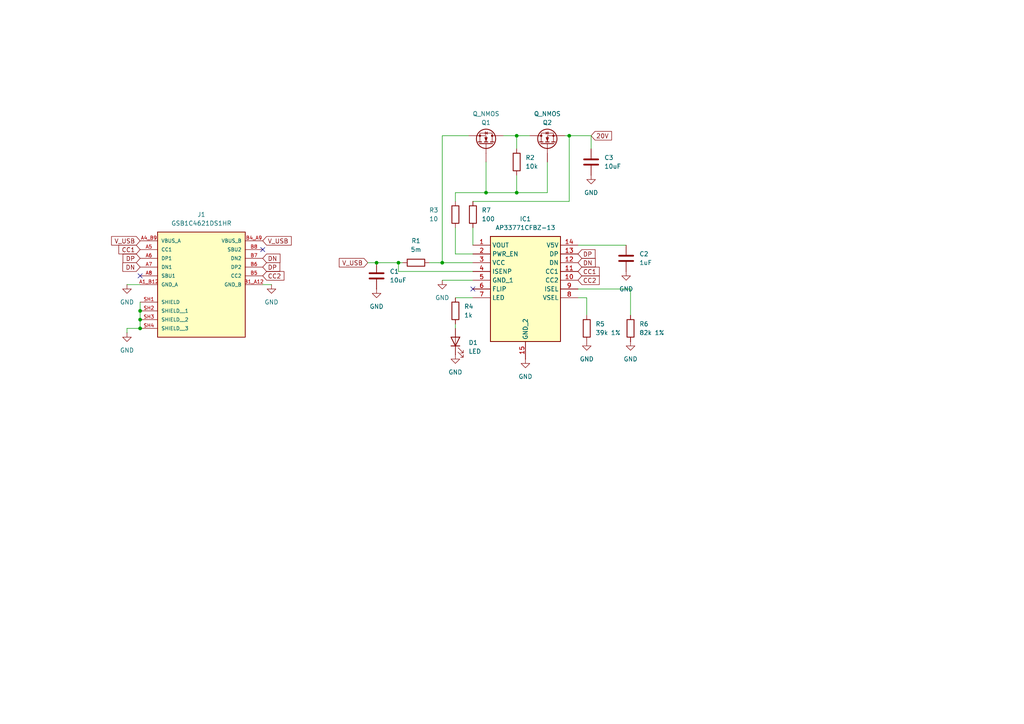
<source format=kicad_sch>
(kicad_sch (version 20250114) (generator "eeschema") (generator_version "9.0")
  (paper "A4")
  (lib_symbols
    (symbol "AP33771CFBZ-13:AP33771CFBZ-13"
      (property "Reference" "IC" (at 26.67 7.62 0))
      (property "Value" "AP33771CFBZ-13" (at 26.67 5.08 0))
      (symbol "AP33771CFBZ-13_1_1"
        (rectangle (start 5.08 2.54) (end 25.4 -27.94) (stroke (width 0.254)) (fill (type background)))
        (pin passive line (at 0 0 0) (length 5.08) (name "VOUT") (number "1"))
        (pin passive line (at 0 -2.54 0) (length 5.08) (name "PWR_EN") (number "2"))
        (pin passive line (at 0 -5.08 0) (length 5.08) (name "VCC") (number "3"))
        (pin passive line (at 0 -7.62 0) (length 5.08) (name "ISENP") (number "4"))
        (pin passive line (at 0 -10.16 0) (length 5.08) (name "GND_1") (number "5"))
        (pin passive line (at 0 -12.7 0) (length 5.08) (name "FLIP") (number "6"))
        (pin passive line (at 0 -15.24 0) (length 5.08) (name "LED") (number "7"))
        (pin passive line (at 15.24 -33.02 90) (length 5.08) (name "GND_2") (number "15"))
        (pin passive line (at 30.48 0 180) (length 5.08) (name "V5V") (number "14"))
        (pin passive line (at 30.48 -2.54 180) (length 5.08) (name "DP") (number "13"))
        (pin passive line (at 30.48 -5.08 180) (length 5.08) (name "DN") (number "12"))
        (pin passive line (at 30.48 -7.62 180) (length 5.08) (name "CC1") (number "11"))
        (pin passive line (at 30.48 -10.16 180) (length 5.08) (name "CC2") (number "10"))
        (pin passive line (at 30.48 -12.7 180) (length 5.08) (name "ISEL") (number "9"))
        (pin passive line (at 30.48 -15.24 180) (length 5.08) (name "VSEL") (number "8"))
      )
    )
    (symbol "Device:C" (pin_numbers (hide yes)) (pin_names (offset 0.254))
      (property "Reference" "C" (at 0.635 2.54 0))
      (property "Value" "C" (at 0.635 -2.54 0))
      (symbol "C_0_1"
        (polyline (pts (xy -2.032 0.762) (xy 2.032 0.762)) (stroke (width 0.508)))
        (polyline (pts (xy -2.032 -0.762) (xy 2.032 -0.762)) (stroke (width 0.508)))
      )
      (symbol "C_1_1"
        (pin passive line (at 0 3.81 270) (length 2.794) (name "~") (number "1"))
        (pin passive line (at 0 -3.81 90) (length 2.794) (name "~") (number "2"))
      )
    )
    (symbol "Device:LED" (pin_numbers (hide yes)) (pin_names (offset 1.016) (hide yes))
      (property "Reference" "D" (at 0 2.54 0))
      (property "Value" "LED" (at 0 -2.54 0))
      (symbol "LED_0_1"
        (polyline (pts (xy -3.048 -0.762) (xy -4.572 -2.286) (xy -3.81 -2.286) (xy -4.572 -2.286) (xy -4.572 -1.524)))
        (polyline (pts (xy -1.778 -0.762) (xy -3.302 -2.286) (xy -2.54 -2.286) (xy -3.302 -2.286) (xy -3.302 -1.524)))
        (polyline (pts (xy -1.27 0) (xy 1.27 0)))
        (polyline (pts (xy -1.27 -1.27) (xy -1.27 1.27)) (stroke (width 0.254)))
        (polyline (pts (xy 1.27 -1.27) (xy 1.27 1.27) (xy -1.27 0) (xy 1.27 -1.27)) (stroke (width 0.254)))
      )
      (symbol "LED_1_1"
        (pin passive line (at -3.81 0 0) (length 2.54) (name "K") (number "1"))
        (pin passive line (at 3.81 0 180) (length 2.54) (name "A") (number "2"))
      )
    )
    (symbol "Device:Q_NMOS" (pin_numbers (hide yes)) (pin_names (offset 0) (hide yes))
      (property "Reference" "Q" (at 5.08 1.27 0))
      (property "Value" "Q_NMOS" (at 5.08 -1.27 0))
      (symbol "Q_NMOS_0_1"
        (polyline (pts (xy 0.254 1.905) (xy 0.254 -1.905)) (stroke (width 0.254)))
        (polyline (pts (xy 0.254 0) (xy -2.54 0)))
        (polyline (pts (xy 0.762 2.286) (xy 0.762 1.27)) (stroke (width 0.254)))
        (polyline (pts (xy 0.762 0.508) (xy 0.762 -0.508)) (stroke (width 0.254)))
        (polyline (pts (xy 0.762 -1.27) (xy 0.762 -2.286)) (stroke (width 0.254)))
        (polyline (pts (xy 0.762 -1.778) (xy 3.302 -1.778) (xy 3.302 1.778) (xy 0.762 1.778)))
        (polyline (pts (xy 1.016 0) (xy 2.032 0.381) (xy 2.032 -0.381) (xy 1.016 0)) (fill (type outline)))
        (circle (center 1.651 0) (radius 2.794) (stroke (width 0.254)))
        (polyline (pts (xy 2.54 2.54) (xy 2.54 1.778)))
        (circle (center 2.54 1.778) (radius 0.254) (fill (type outline)))
        (circle (center 2.54 -1.778) (radius 0.254) (fill (type outline)))
        (polyline (pts (xy 2.54 -2.54) (xy 2.54 0) (xy 0.762 0)))
        (polyline (pts (xy 2.921 0.381) (xy 3.683 0.381)))
        (polyline (pts (xy 3.302 0.381) (xy 2.921 -0.254) (xy 3.683 -0.254) (xy 3.302 0.381)))
      )
      (symbol "Q_NMOS_1_1"
        (pin input line (at -5.08 0 0) (length 2.54) (name "G") (number "G"))
        (pin passive line (at 2.54 5.08 270) (length 2.54) (name "D") (number "D"))
        (pin passive line (at 2.54 -5.08 90) (length 2.54) (name "S") (number "S"))
      )
    )
    (symbol "Device:R" (pin_numbers (hide yes)) (pin_names (offset 0))
      (property "Reference" "R" (at 2.032 0 90))
      (property "Value" "R" (at 0 0 90))
      (symbol "R_0_1"
        (rectangle (start -1.016 -2.54) (end 1.016 2.54) (stroke (width 0.254)))
      )
      (symbol "R_1_1"
        (pin passive line (at 0 3.81 270) (length 1.27) (name "~") (number "1"))
        (pin passive line (at 0 -3.81 90) (length 1.27) (name "~") (number "2"))
      )
    )
    (symbol "GSB1C4621DS1HR:GSB1C4621DS1HR" (pin_names (offset 1.016))
      (property "Reference" "J" (at -12.7 10.922 0))
      (property "Value" "GSB1C4621DS1HR" (at -12.7 -22.86 0))
      (symbol "GSB1C4621DS1HR_0_0"
        (rectangle (start -12.7 -20.32) (end 12.7 10.16) (stroke (width 0.254)) (fill (type background)))
        (pin power_in line (at -17.78 7.62 0) (length 5.08) (name "VBUS_A") (number "A4_B9"))
        (pin bidirectional line (at -17.78 5.08 0) (length 5.08) (name "CC1") (number "A5"))
        (pin bidirectional line (at -17.78 2.54 0) (length 5.08) (name "DP1") (number "A6"))
        (pin bidirectional line (at -17.78 0 0) (length 5.08) (name "DN1") (number "A7"))
        (pin bidirectional line (at -17.78 -2.54 0) (length 5.08) (name "SBU1") (number "A8"))
        (pin power_in line (at -17.78 -5.08 0) (length 5.08) (name "GND_A") (number "A1_B12"))
        (pin passive line (at -17.78 -10.16 0) (length 5.08) (name "SHIELD") (number "SH1"))
        (pin passive line (at -17.78 -12.7 0) (length 5.08) (name "SHIELD__1") (number "SH2"))
        (pin passive line (at -17.78 -15.24 0) (length 5.08) (name "SHIELD__2") (number "SH3"))
        (pin passive line (at -17.78 -17.78 0) (length 5.08) (name "SHIELD__3") (number "SH4"))
        (pin power_in line (at 17.78 7.62 180) (length 5.08) (name "VBUS_B") (number "B4_A9"))
        (pin bidirectional line (at 17.78 5.08 180) (length 5.08) (name "SBU2") (number "B8"))
        (pin bidirectional line (at 17.78 2.54 180) (length 5.08) (name "DN2") (number "B7"))
        (pin bidirectional line (at 17.78 0 180) (length 5.08) (name "DP2") (number "B6"))
        (pin bidirectional line (at 17.78 -2.54 180) (length 5.08) (name "CC2") (number "B5"))
        (pin power_in line (at 17.78 -5.08 180) (length 5.08) (name "GND_B") (number "B1_A12"))
      )
    )
    (symbol "power:GND" (power) (pin_numbers (hide yes)) (pin_names (offset 0) (hide yes))
      (property "Value" "GND" (at 0 -3.81 0))
      (symbol "GND_0_1"
        (polyline (pts (xy 0 0) (xy 0 -1.27) (xy 1.27 -1.27) (xy 0 -2.54) (xy -1.27 -1.27) (xy 0 -1.27)))
      )
      (symbol "GND_1_1"
        (pin power_in line (at 0 0 270) (length 0) (name "~") (number "1"))
      )
    )
  )
  (junction (at 109.22 76.2))
  (junction (at 149.86 55.88))
  (junction (at 140.97 55.88))
  (junction (at 165.1 39.37))
  (junction (at 40.64 92.71))
  (junction (at 128.27 76.2))
  (junction (at 40.64 95.25))
  (junction (at 40.64 90.17))
  (junction (at 149.86 39.37))
  (junction (at 115.57 76.2))
  (no_connect (at 76.2 72.39))
  (no_connect (at 137.16 83.82))
  (no_connect (at 40.64 80.01))
  (wire (pts (xy 132.08 58.42) (xy 132.08 55.88)))
  (wire (pts (xy 36.83 82.55) (xy 40.64 82.55)))
  (wire (pts (xy 149.86 39.37) (xy 149.86 43.18)))
  (wire (pts (xy 128.27 39.37) (xy 128.27 76.2)))
  (wire (pts (xy 109.22 76.2) (xy 115.57 76.2)))
  (wire (pts (xy 146.05 39.37) (xy 149.86 39.37)))
  (wire (pts (xy 137.16 78.74) (xy 115.57 78.74)))
  (wire (pts (xy 137.16 66.04) (xy 137.16 71.12)))
  (wire (pts (xy 115.57 78.74) (xy 115.57 76.2)))
  (wire (pts (xy 106.68 76.2) (xy 109.22 76.2)))
  (wire (pts (xy 167.64 71.12) (xy 181.61 71.12)))
  (wire (pts (xy 182.88 83.82) (xy 182.88 91.44)))
  (wire (pts (xy 132.08 73.66) (xy 132.08 66.04)))
  (wire (pts (xy 40.64 95.25) (xy 36.83 95.25)))
  (wire (pts (xy 132.08 93.98) (xy 132.08 95.25)))
  (wire (pts (xy 163.83 39.37) (xy 165.1 39.37)))
  (wire (pts (xy 158.75 46.99) (xy 158.75 55.88)))
  (wire (pts (xy 167.64 83.82) (xy 182.88 83.82)))
  (wire (pts (xy 132.08 55.88) (xy 140.97 55.88)))
  (wire (pts (xy 165.1 58.42) (xy 165.1 39.37)))
  (wire (pts (xy 137.16 58.42) (xy 165.1 58.42)))
  (wire (pts (xy 78.74 82.55) (xy 76.2 82.55)))
  (wire (pts (xy 36.83 95.25) (xy 36.83 96.52)))
  (wire (pts (xy 40.64 92.71) (xy 40.64 95.25)))
  (wire (pts (xy 140.97 46.99) (xy 140.97 55.88)))
  (wire (pts (xy 170.18 86.36) (xy 170.18 91.44)))
  (wire (pts (xy 128.27 76.2) (xy 137.16 76.2)))
  (wire (pts (xy 124.46 76.2) (xy 128.27 76.2)))
  (wire (pts (xy 115.57 76.2) (xy 116.84 76.2)))
  (wire (pts (xy 40.64 87.63) (xy 40.64 90.17)))
  (wire (pts (xy 167.64 86.36) (xy 170.18 86.36)))
  (wire (pts (xy 165.1 39.37) (xy 171.45 39.37)))
  (wire (pts (xy 132.08 86.36) (xy 137.16 86.36)))
  (wire (pts (xy 128.27 81.28) (xy 137.16 81.28)))
  (wire (pts (xy 137.16 73.66) (xy 132.08 73.66)))
  (wire (pts (xy 149.86 55.88) (xy 158.75 55.88)))
  (wire (pts (xy 171.45 39.37) (xy 171.45 43.18)))
  (wire (pts (xy 135.89 39.37) (xy 128.27 39.37)))
  (wire (pts (xy 149.86 39.37) (xy 153.67 39.37)))
  (wire (pts (xy 149.86 50.8) (xy 149.86 55.88)))
  (wire (pts (xy 140.97 55.88) (xy 149.86 55.88)))
  (wire (pts (xy 40.64 90.17) (xy 40.64 92.71)))
  (global_label "DN" (shape input) (at 76.2 74.93 0) (property "Intersheetrefs" "${INTERSHEET_REFS}" (effects (hide yes))))
  (global_label "CC2" (shape input) (at 167.64 81.28 0) (property "Intersheetrefs" "${INTERSHEET_REFS}" (effects (hide yes))))
  (global_label "DN" (shape input) (at 40.64 77.47 180) (property "Intersheetrefs" "${INTERSHEET_REFS}" (effects (hide yes))))
  (global_label "CC2" (shape input) (at 76.2 80.01 0) (property "Intersheetrefs" "${INTERSHEET_REFS}" (effects (hide yes))))
  (global_label "DP" (shape input) (at 40.64 74.93 180) (property "Intersheetrefs" "${INTERSHEET_REFS}" (effects (hide yes))))
  (global_label "DN" (shape input) (at 167.64 76.2 0) (property "Intersheetrefs" "${INTERSHEET_REFS}" (effects (hide yes))))
  (global_label "V_USB" (shape input) (at 40.64 69.85 180) (property "Intersheetrefs" "${INTERSHEET_REFS}" (effects (hide yes))))
  (global_label "CC1" (shape input) (at 167.64 78.74 0) (property "Intersheetrefs" "${INTERSHEET_REFS}" (effects (hide yes))))
  (global_label "V_USB" (shape input) (at 106.68 76.2 180) (property "Intersheetrefs" "${INTERSHEET_REFS}" (effects (hide yes))))
  (global_label "DP" (shape input) (at 167.64 73.66 0) (property "Intersheetrefs" "${INTERSHEET_REFS}" (effects (hide yes))))
  (global_label "CC1" (shape input) (at 40.64 72.39 180) (property "Intersheetrefs" "${INTERSHEET_REFS}" (effects (hide yes))))
  (global_label "DP" (shape input) (at 76.2 77.47 0) (property "Intersheetrefs" "${INTERSHEET_REFS}" (effects (hide yes))))
  (global_label "20V" (shape input) (at 171.45 39.37 0) (property "Intersheetrefs" "${INTERSHEET_REFS}" (effects (hide yes))))
  (global_label "V_USB" (shape input) (at 76.2 69.85 0) (property "Intersheetrefs" "${INTERSHEET_REFS}" (effects (hide yes))))
  (symbol (lib_id "Device:C") (at 171.45 46.99 0) (unit 1)
    (property "Reference" "C3" (at 175.26 45.7199 0) (effects (justify left)))
    (property "Value" "10uF" (at 175.26 48.2599 0) (effects (justify left)))
    (property "Description" "Unpolarized capacitor" (effects (hide yes)))
  )
  (symbol (lib_id "power:GND") (at 182.88 99.06 0) (unit 1)
    (property "Reference" "#PWR010" (effects (hide yes)))
    (property "Value" "GND" (at 182.88 104.14 0))
    (property "Description" "Power symbol creates a global label with name \"GND\" , ground" (effects (hide yes)))
  )
  (symbol (lib_id "GSB1C4621DS1HR:GSB1C4621DS1HR") (at 58.42 77.47 0) (unit 1)
    (property "Reference" "J1" (at 58.42 62.23 0))
    (property "Value" "GSB1C4621DS1HR" (at 58.42 64.77 0))
    (property "Footprint" "GSB1C4621DS1HR:AMPHENOL_GSB1C4621DS1HR" (effects (hide yes)))
    (property "Datasheet" "https://cdn.amphenol-cs.com/media/wysiwyg/files/drawing/gsb1c46x1ds1hr.pdf" (effects (hide yes)))
    (property "Description" "USB-C (USB TYPE-C) USB 2.0 Receptacle Connector 24 (16+8 Dummy) Position Surface Mount, Right Angle" (effects (hide yes)))
    (property "Manufacturer" "Amphenol" (effects (hide yes)))
    (property "MPN" "GSB1C4621DS1HR" (effects (hide yes)))
  )
  (symbol (lib_id "power:GND") (at 181.61 78.74 0) (unit 1)
    (property "Reference" "#PWR08" (effects (hide yes)))
    (property "Value" "GND" (at 181.61 83.82 0))
    (property "Description" "Power symbol creates a global label with name \"GND\" , ground" (effects (hide yes)))
  )
  (symbol (lib_id "AP33771CFBZ-13:AP33771CFBZ-13") (at 137.16 71.12 0) (unit 1)
    (property "Reference" "IC1" (at 152.4 63.5 0))
    (property "Value" "AP33771CFBZ-13" (at 152.4 66.04 0))
    (property "Footprint" "ap33771c:SON40P300X300X80-15N-D" (effects (hide yes)))
    (property "Datasheet" "https://www.diodes.com//assets/Datasheets/AP33771C.pdf" (effects (hide yes)))
    (property "Description" "USB Interface IC USB Ext Power Range W-DFN3030-14 T&R 3K" (effects (hide yes)))
    (property "Height" "0.8" (effects (hide yes)))
    (property "Manufacturer_Name" "Diodes Incorporated" (effects (hide yes)))
    (property "Manufacturer_Part_Number" "AP33771CFBZ-13" (effects (hide yes)))
    (property "Arrow Part Number" "AP33771CFBZ-13" (effects (hide yes)))
    (property "Arrow Price/Stock" "https://www.arrow.com/en/products/ap33771cfbz-13/diodes-incorporated?utm_currency=USD&region=nac" (effects (hide yes)))
  )
  (symbol (lib_id "power:GND") (at 109.22 83.82 0) (unit 1)
    (property "Reference" "#PWR05" (effects (hide yes)))
    (property "Value" "GND" (at 109.22 88.9 0))
    (property "Description" "Power symbol creates a global label with name \"GND\" , ground" (effects (hide yes)))
  )
  (symbol (lib_id "power:GND") (at 132.08 102.87 0) (unit 1)
    (property "Reference" "#PWR07" (effects (hide yes)))
    (property "Value" "GND" (at 132.08 107.95 0))
    (property "Description" "Power symbol creates a global label with name \"GND\" , ground" (effects (hide yes)))
  )
  (symbol (lib_id "Device:R") (at 132.08 62.23 0) (unit 1)
    (property "Reference" "R3" (at 124.46 60.96 0) (effects (justify left)))
    (property "Value" "10" (at 124.46 63.5 0) (effects (justify left)))
    (property "Description" "Resistor" (effects (hide yes)))
  )
  (symbol (lib_id "Device:R") (at 170.18 95.25 0) (unit 1)
    (property "Reference" "R5" (at 172.72 93.9799 0) (effects (justify left)))
    (property "Value" "39k 1%" (at 172.72 96.5199 0) (effects (justify left)))
    (property "Description" "Resistor" (effects (hide yes)))
  )
  (symbol (lib_id "power:GND") (at 36.83 82.55 0) (unit 1)
    (property "Reference" "#PWR02" (effects (hide yes)))
    (property "Value" "GND" (at 36.83 87.63 0))
    (property "Description" "Power symbol creates a global label with name \"GND\" , ground" (effects (hide yes)))
  )
  (symbol (lib_id "Device:Q_NMOS") (at 140.97 41.91 270) (mirror x) (unit 1)
    (property "Reference" "Q1" (at 140.97 35.56 90))
    (property "Value" "Q_NMOS" (at 140.97 33.02 90))
    (property "Description" "N-MOSFET transistor" (effects (hide yes)))
  )
  (symbol (lib_id "power:GND") (at 36.83 96.52 0) (unit 1)
    (property "Reference" "#PWR03" (effects (hide yes)))
    (property "Value" "GND" (at 36.83 101.6 0))
    (property "Description" "Power symbol creates a global label with name \"GND\" , ground" (effects (hide yes)))
  )
  (symbol (lib_id "power:GND") (at 128.27 81.28 0) (unit 1)
    (property "Reference" "#PWR06" (effects (hide yes)))
    (property "Value" "GND" (at 128.27 86.36 0))
    (property "Description" "Power symbol creates a global label with name \"GND\" , ground" (effects (hide yes)))
  )
  (symbol (lib_id "power:GND") (at 152.4 104.14 0) (unit 1)
    (property "Reference" "#PWR04" (effects (hide yes)))
    (property "Value" "GND" (at 152.4 109.22 0))
    (property "Description" "Power symbol creates a global label with name \"GND\" , ground" (effects (hide yes)))
  )
  (symbol (lib_id "Device:C") (at 109.22 80.01 0) (unit 1)
    (property "Reference" "C1" (at 113.03 78.7399 0) (effects (justify left)))
    (property "Value" "10uF" (at 113.03 81.2799 0) (effects (justify left)))
    (property "Description" "Unpolarized capacitor" (effects (hide yes)))
  )
  (symbol (lib_id "Device:LED") (at 132.08 99.06 90) (unit 1)
    (property "Reference" "D1" (at 135.89 99.3774 90) (effects (justify right)))
    (property "Value" "LED" (at 135.89 101.9174 90) (effects (justify right)))
    (property "Description" "Light emitting diode" (effects (hide yes)))
    (property "Sim.Pins" "1=K 2=A" (effects (hide yes)))
  )
  (symbol (lib_id "Device:Q_NMOS") (at 158.75 41.91 90) (unit 1)
    (property "Reference" "Q2" (at 158.75 35.56 90))
    (property "Value" "Q_NMOS" (at 158.75 33.02 90))
    (property "Description" "N-MOSFET transistor" (effects (hide yes)))
  )
  (symbol (lib_id "power:GND") (at 171.45 50.8 0) (unit 1)
    (property "Reference" "#PWR011" (effects (hide yes)))
    (property "Value" "GND" (at 171.45 55.88 0))
    (property "Description" "Power symbol creates a global label with name \"GND\" , ground" (effects (hide yes)))
  )
  (symbol (lib_id "power:GND") (at 170.18 99.06 0) (unit 1)
    (property "Reference" "#PWR09" (effects (hide yes)))
    (property "Value" "GND" (at 170.18 104.14 0))
    (property "Description" "Power symbol creates a global label with name \"GND\" , ground" (effects (hide yes)))
  )
  (symbol (lib_id "power:GND") (at 78.74 82.55 0) (unit 1)
    (property "Reference" "#PWR01" (effects (hide yes)))
    (property "Value" "GND" (at 78.74 87.63 0))
    (property "Description" "Power symbol creates a global label with name \"GND\" , ground" (effects (hide yes)))
  )
  (symbol (lib_id "Device:R") (at 132.08 90.17 0) (unit 1)
    (property "Reference" "R4" (at 134.62 88.8999 0) (effects (justify left)))
    (property "Value" "1k" (at 134.62 91.4399 0) (effects (justify left)))
    (property "Description" "Resistor" (effects (hide yes)))
  )
  (symbol (lib_id "Device:R") (at 137.16 62.23 0) (unit 1)
    (property "Reference" "R7" (at 139.7 60.9599 0) (effects (justify left)))
    (property "Value" "100" (at 139.7 63.4999 0) (effects (justify left)))
    (property "Description" "Resistor" (effects (hide yes)))
  )
  (symbol (lib_id "Device:R") (at 149.86 46.99 0) (unit 1)
    (property "Reference" "R2" (at 152.4 45.7199 0) (effects (justify left)))
    (property "Value" "10k" (at 152.4 48.2599 0) (effects (justify left)))
    (property "Description" "Resistor" (effects (hide yes)))
  )
  (symbol (lib_id "Device:C") (at 181.61 74.93 0) (unit 1)
    (property "Reference" "C2" (at 185.42 73.6599 0) (effects (justify left)))
    (property "Value" "1uF" (at 185.42 76.1999 0) (effects (justify left)))
    (property "Description" "Unpolarized capacitor" (effects (hide yes)))
  )
  (symbol (lib_id "Device:R") (at 182.88 95.25 0) (unit 1)
    (property "Reference" "R6" (at 185.42 93.9799 0) (effects (justify left)))
    (property "Value" "82k 1%" (at 185.42 96.5199 0) (effects (justify left)))
    (property "Description" "Resistor" (effects (hide yes)))
  )
  (symbol (lib_id "Device:R") (at 120.65 76.2 90) (unit 1)
    (property "Reference" "R1" (at 120.65 69.85 90))
    (property "Value" "5m" (at 120.65 72.39 90))
    (property "Description" "Resistor" (effects (hide yes)))
  )
)
</source>
